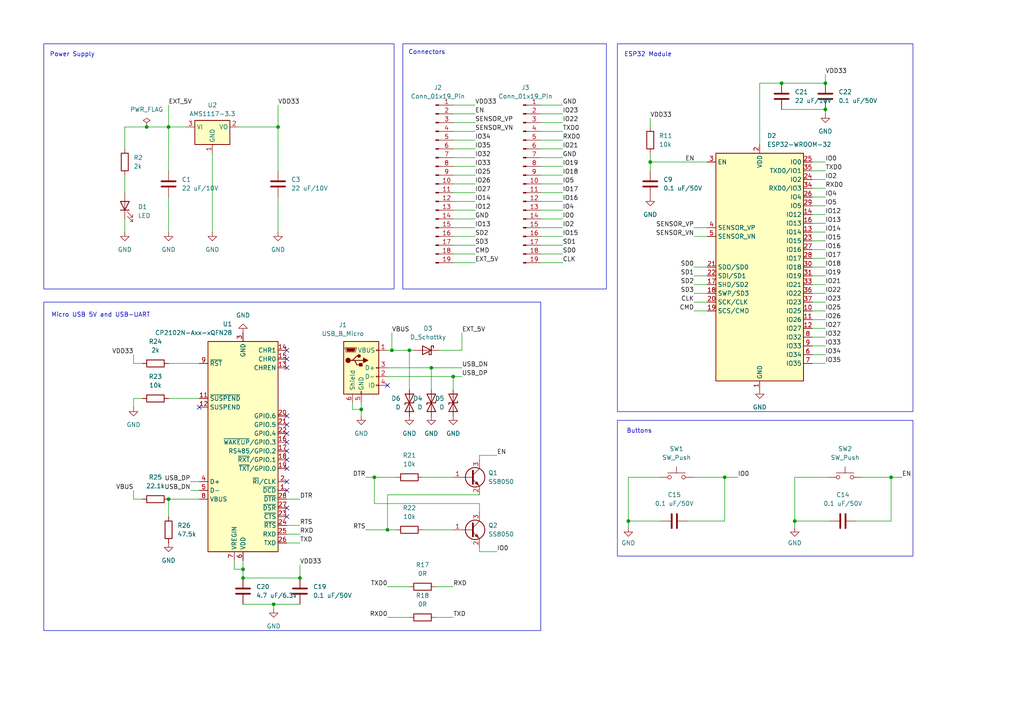
<source format=kicad_sch>
(kicad_sch (version 20250114) (generator "eeschema") (generator_version "9.0")
  (paper "A4")
  (title_block (title "Minecraft Jukebox") (date "2025-07-21") (rev "1.0") (company "C. Boerner"))
  (lib_symbols
    (symbol "Connector:Conn_01x19_Pin" (pin_names (offset 1.016) (hide yes))
      (property "Reference" "J" (at 0 25.4 0))
      (property "Value" "Conn_01x19_Pin" (at 0 -25.4 0))
      (symbol "Conn_01x19_Pin_1_1"
        (rectangle (start 0.8636 22.987) (end 0 22.733) (stroke (width 0.1524)) (fill (type outline)))
        (rectangle (start 0.8636 20.447) (end 0 20.193) (stroke (width 0.1524)) (fill (type outline)))
        (rectangle (start 0.8636 17.907) (end 0 17.653) (stroke (width 0.1524)) (fill (type outline)))
        (rectangle (start 0.8636 15.367) (end 0 15.113) (stroke (width 0.1524)) (fill (type outline)))
        (rectangle (start 0.8636 12.827) (end 0 12.573) (stroke (width 0.1524)) (fill (type outline)))
        (rectangle (start 0.8636 10.287) (end 0 10.033) (stroke (width 0.1524)) (fill (type outline)))
        (rectangle (start 0.8636 7.747) (end 0 7.493) (stroke (width 0.1524)) (fill (type outline)))
        (rectangle (start 0.8636 5.207) (end 0 4.953) (stroke (width 0.1524)) (fill (type outline)))
        (rectangle (start 0.8636 2.667) (end 0 2.413) (stroke (width 0.1524)) (fill (type outline)))
        (rectangle (start 0.8636 0.127) (end 0 -0.127) (stroke (width 0.1524)) (fill (type outline)))
        (rectangle (start 0.8636 -2.413) (end 0 -2.667) (stroke (width 0.1524)) (fill (type outline)))
        (rectangle (start 0.8636 -4.953) (end 0 -5.207) (stroke (width 0.1524)) (fill (type outline)))
        (rectangle (start 0.8636 -7.493) (end 0 -7.747) (stroke (width 0.1524)) (fill (type outline)))
        (rectangle (start 0.8636 -10.033) (end 0 -10.287) (stroke (width 0.1524)) (fill (type outline)))
        (rectangle (start 0.8636 -12.573) (end 0 -12.827) (stroke (width 0.1524)) (fill (type outline)))
        (rectangle (start 0.8636 -15.113) (end 0 -15.367) (stroke (width 0.1524)) (fill (type outline)))
        (rectangle (start 0.8636 -17.653) (end 0 -17.907) (stroke (width 0.1524)) (fill (type outline)))
        (rectangle (start 0.8636 -20.193) (end 0 -20.447) (stroke (width 0.1524)) (fill (type outline)))
        (rectangle (start 0.8636 -22.733) (end 0 -22.987) (stroke (width 0.1524)) (fill (type outline)))
        (polyline (pts (xy 1.27 22.86) (xy 0.8636 22.86)) (stroke (width 0.1524)))
        (polyline (pts (xy 1.27 20.32) (xy 0.8636 20.32)) (stroke (width 0.1524)))
        (polyline (pts (xy 1.27 17.78) (xy 0.8636 17.78)) (stroke (width 0.1524)))
        (polyline (pts (xy 1.27 15.24) (xy 0.8636 15.24)) (stroke (width 0.1524)))
        (polyline (pts (xy 1.27 12.7) (xy 0.8636 12.7)) (stroke (width 0.1524)))
        (polyline (pts (xy 1.27 10.16) (xy 0.8636 10.16)) (stroke (width 0.1524)))
        (polyline (pts (xy 1.27 7.62) (xy 0.8636 7.62)) (stroke (width 0.1524)))
        (polyline (pts (xy 1.27 5.08) (xy 0.8636 5.08)) (stroke (width 0.1524)))
        (polyline (pts (xy 1.27 2.54) (xy 0.8636 2.54)) (stroke (width 0.1524)))
        (polyline (pts (xy 1.27 0) (xy 0.8636 0)) (stroke (width 0.1524)))
        (polyline (pts (xy 1.27 -2.54) (xy 0.8636 -2.54)) (stroke (width 0.1524)))
        (polyline (pts (xy 1.27 -5.08) (xy 0.8636 -5.08)) (stroke (width 0.1524)))
        (polyline (pts (xy 1.27 -7.62) (xy 0.8636 -7.62)) (stroke (width 0.1524)))
        (polyline (pts (xy 1.27 -10.16) (xy 0.8636 -10.16)) (stroke (width 0.1524)))
        (polyline (pts (xy 1.27 -12.7) (xy 0.8636 -12.7)) (stroke (width 0.1524)))
        (polyline (pts (xy 1.27 -15.24) (xy 0.8636 -15.24)) (stroke (width 0.1524)))
        (polyline (pts (xy 1.27 -17.78) (xy 0.8636 -17.78)) (stroke (width 0.1524)))
        (polyline (pts (xy 1.27 -20.32) (xy 0.8636 -20.32)) (stroke (width 0.1524)))
        (polyline (pts (xy 1.27 -22.86) (xy 0.8636 -22.86)) (stroke (width 0.1524)))
        (pin passive line (at 5.08 22.86 180) (length 3.81) (name "Pin_1") (number "1"))
        (pin passive line (at 5.08 20.32 180) (length 3.81) (name "Pin_2") (number "2"))
        (pin passive line (at 5.08 17.78 180) (length 3.81) (name "Pin_3") (number "3"))
        (pin passive line (at 5.08 15.24 180) (length 3.81) (name "Pin_4") (number "4"))
        (pin passive line (at 5.08 12.7 180) (length 3.81) (name "Pin_5") (number "5"))
        (pin passive line (at 5.08 10.16 180) (length 3.81) (name "Pin_6") (number "6"))
        (pin passive line (at 5.08 7.62 180) (length 3.81) (name "Pin_7") (number "7"))
        (pin passive line (at 5.08 5.08 180) (length 3.81) (name "Pin_8") (number "8"))
        (pin passive line (at 5.08 2.54 180) (length 3.81) (name "Pin_9") (number "9"))
        (pin passive line (at 5.08 0 180) (length 3.81) (name "Pin_10") (number "10"))
        (pin passive line (at 5.08 -2.54 180) (length 3.81) (name "Pin_11") (number "11"))
        (pin passive line (at 5.08 -5.08 180) (length 3.81) (name "Pin_12") (number "12"))
        (pin passive line (at 5.08 -7.62 180) (length 3.81) (name "Pin_13") (number "13"))
        (pin passive line (at 5.08 -10.16 180) (length 3.81) (name "Pin_14") (number "14"))
        (pin passive line (at 5.08 -12.7 180) (length 3.81) (name "Pin_15") (number "15"))
        (pin passive line (at 5.08 -15.24 180) (length 3.81) (name "Pin_16") (number "16"))
        (pin passive line (at 5.08 -17.78 180) (length 3.81) (name "Pin_17") (number "17"))
        (pin passive line (at 5.08 -20.32 180) (length 3.81) (name "Pin_18") (number "18"))
        (pin passive line (at 5.08 -22.86 180) (length 3.81) (name "Pin_19") (number "19"))
      )
    )
    (symbol "Connector:USB_B_Micro" (pin_names (offset 1.016))
      (property "Reference" "J" (at -5.08 11.43 0))
      (property "Value" "USB_B_Micro" (at -5.08 8.89 0))
      (symbol "USB_B_Micro_0_1"
        (rectangle (start -5.08 -7.62) (end 5.08 7.62) (stroke (width 0.254)) (fill (type background)))
        (polyline (pts (xy -4.699 5.842) (xy -4.699 5.588) (xy -4.445 4.826) (xy -4.445 4.572) (xy -1.651 4.572) (xy -1.651 4.826) (xy -1.397 5.588) (xy -1.397 5.842) (xy -4.699 5.842)))
        (polyline (pts (xy -4.318 5.588) (xy -1.778 5.588) (xy -2.032 4.826) (xy -4.064 4.826) (xy -4.318 5.588)) (fill (type outline)))
        (circle (center -3.81 2.159) (radius 0.635) (stroke (width 0.254)) (fill (type outline)))
        (polyline (pts (xy -3.175 2.159) (xy -2.54 2.159) (xy -1.27 3.429) (xy -0.635 3.429)) (stroke (width 0.254)))
        (polyline (pts (xy -2.54 2.159) (xy -1.905 2.159) (xy -1.27 0.889) (xy 0 0.889)) (stroke (width 0.254)))
        (polyline (pts (xy -1.905 2.159) (xy 0.635 2.159)) (stroke (width 0.254)))
        (circle (center -0.635 3.429) (radius 0.381) (stroke (width 0.254)) (fill (type outline)))
        (rectangle (start -0.127 -7.62) (end 0.127 -6.858))
        (rectangle (start 0.254 1.27) (end -0.508 0.508) (stroke (width 0.254)) (fill (type outline)))
        (polyline (pts (xy 0.635 2.794) (xy 0.635 1.524) (xy 1.905 2.159) (xy 0.635 2.794)) (stroke (width 0.254)) (fill (type outline)))
        (rectangle (start 5.08 4.953) (end 4.318 5.207))
        (rectangle (start 5.08 -0.127) (end 4.318 0.127))
        (rectangle (start 5.08 -2.667) (end 4.318 -2.413))
        (rectangle (start 5.08 -5.207) (end 4.318 -4.953))
      )
      (symbol "USB_B_Micro_1_1"
        (pin passive line (at -2.54 -10.16 90) (length 2.54) (name "Shield") (number "6"))
        (pin power_out line (at 0 -10.16 90) (length 2.54) (name "GND") (number "5"))
        (pin power_out line (at 7.62 5.08 180) (length 2.54) (name "VBUS") (number "1"))
        (pin bidirectional line (at 7.62 0 180) (length 2.54) (name "D+") (number "3"))
        (pin bidirectional line (at 7.62 -2.54 180) (length 2.54) (name "D-") (number "2"))
        (pin passive line (at 7.62 -5.08 180) (length 2.54) (name "ID") (number "4"))
      )
    )
    (symbol "Device:C" (pin_numbers (hide yes)) (pin_names (offset 0.254))
      (property "Reference" "C" (at 0.635 2.54 0))
      (property "Value" "C" (at 0.635 -2.54 0))
      (symbol "C_0_1"
        (polyline (pts (xy -2.032 0.762) (xy 2.032 0.762)) (stroke (width 0.508)))
        (polyline (pts (xy -2.032 -0.762) (xy 2.032 -0.762)) (stroke (width 0.508)))
      )
      (symbol "C_1_1"
        (pin passive line (at 0 3.81 270) (length 2.794) (name "~") (number "1"))
        (pin passive line (at 0 -3.81 90) (length 2.794) (name "~") (number "2"))
      )
    )
    (symbol "Device:D_Schottky" (pin_numbers (hide yes)) (pin_names (offset 1.016) (hide yes))
      (property "Reference" "D" (at 0 2.54 0))
      (property "Value" "D_Schottky" (at 0 -2.54 0))
      (symbol "D_Schottky_0_1"
        (polyline (pts (xy -1.905 0.635) (xy -1.905 1.27) (xy -1.27 1.27) (xy -1.27 -1.27) (xy -0.635 -1.27) (xy -0.635 -0.635)) (stroke (width 0.254)))
        (polyline (pts (xy 1.27 1.27) (xy 1.27 -1.27) (xy -1.27 0) (xy 1.27 1.27)) (stroke (width 0.254)))
        (polyline (pts (xy 1.27 0) (xy -1.27 0)))
      )
      (symbol "D_Schottky_1_1"
        (pin passive line (at -3.81 0 0) (length 2.54) (name "K") (number "1"))
        (pin passive line (at 3.81 0 180) (length 2.54) (name "A") (number "2"))
      )
    )
    (symbol "Device:D_TVS" (pin_numbers (hide yes)) (pin_names (offset 1.016) (hide yes))
      (property "Reference" "D" (at 0 2.54 0))
      (property "Value" "D_TVS" (at 0 -2.54 0))
      (symbol "D_TVS_0_1"
        (polyline (pts (xy -2.54 1.27) (xy -2.54 -1.27) (xy 2.54 1.27) (xy 2.54 -1.27) (xy -2.54 1.27)) (stroke (width 0.254)))
        (polyline (pts (xy 0.508 1.27) (xy 0 1.27) (xy 0 -1.27) (xy -0.508 -1.27)) (stroke (width 0.254)))
        (polyline (pts (xy 1.27 0) (xy -1.27 0)))
      )
      (symbol "D_TVS_1_1"
        (pin passive line (at -3.81 0 0) (length 2.54) (name "A1") (number "1"))
        (pin passive line (at 3.81 0 180) (length 2.54) (name "A2") (number "2"))
      )
    )
    (symbol "Device:LED" (pin_numbers (hide yes)) (pin_names (offset 1.016) (hide yes))
      (property "Reference" "D" (at 0 2.54 0))
      (property "Value" "LED" (at 0 -2.54 0))
      (symbol "LED_0_1"
        (polyline (pts (xy -3.048 -0.762) (xy -4.572 -2.286) (xy -3.81 -2.286) (xy -4.572 -2.286) (xy -4.572 -1.524)))
        (polyline (pts (xy -1.778 -0.762) (xy -3.302 -2.286) (xy -2.54 -2.286) (xy -3.302 -2.286) (xy -3.302 -1.524)))
        (polyline (pts (xy -1.27 0) (xy 1.27 0)))
        (polyline (pts (xy -1.27 -1.27) (xy -1.27 1.27)) (stroke (width 0.254)))
        (polyline (pts (xy 1.27 -1.27) (xy 1.27 1.27) (xy -1.27 0) (xy 1.27 -1.27)) (stroke (width 0.254)))
      )
      (symbol "LED_1_1"
        (pin passive line (at -3.81 0 0) (length 2.54) (name "K") (number "1"))
        (pin passive line (at 3.81 0 180) (length 2.54) (name "A") (number "2"))
      )
    )
    (symbol "Device:R" (pin_numbers (hide yes)) (pin_names (offset 0))
      (property "Reference" "R" (at 2.032 0 90))
      (property "Value" "R" (at 0 0 90))
      (symbol "R_0_1"
        (rectangle (start -1.016 -2.54) (end 1.016 2.54) (stroke (width 0.254)))
      )
      (symbol "R_1_1"
        (pin passive line (at 0 3.81 270) (length 1.27) (name "~") (number "1"))
        (pin passive line (at 0 -3.81 90) (length 1.27) (name "~") (number "2"))
      )
    )
    (symbol "Interface_USB:CP2102N-Axx-xQFN28"
      (property "Reference" "U1" (at -3.1181 -35.56 0))
      (property "Value" "CP2102N-Axx-xQFN28" (at -3.1181 -33.02 0))
      (symbol "CP2102N-Axx-xQFN28_0_1"
        (rectangle (start -10.16 30.48) (end 10.16 -30.48) (stroke (width 0.254)) (fill (type background)))
      )
      (symbol "CP2102N-Axx-xQFN28_1_1"
        (pin input line (at -12.7 15.24 0) (length 2.54) (name "VBUS") (number "8"))
        (pin bidirectional line (at -12.7 12.7 0) (length 2.54) (name "D-") (number "5"))
        (pin bidirectional line (at -12.7 10.16 0) (length 2.54) (name "D+") (number "4"))
        (pin output line (at -12.7 -11.43 0) (length 2.54) (name "SUSPEND") (number "12"))
        (pin output line (at -12.7 -13.97 0) (length 2.54) (name "~{SUSPEND}") (number "11"))
        (pin input line (at -12.7 -24.13 0) (length 2.54) (name "~{RST}") (number "9"))
        (pin no_connect line (at -10.16 -27.94 0) (length 2.54) (hide yes) (name "NC") (number "10"))
        (pin power_in line (at -2.54 33.02 270) (length 2.54) (name "VREGIN") (number "7"))
        (pin power_in line (at 0 33.02 270) (length 2.54) (name "VDD") (number "6"))
        (pin passive line (at 0 -33.02 90) (length 2.54) (hide yes) (name "GND") (number "29"))
        (pin power_in line (at 0 -33.02 90) (length 2.54) (name "GND") (number "3"))
        (pin output line (at 12.7 27.94 180) (length 2.54) (name "TXD") (number "26"))
        (pin input line (at 12.7 25.4 180) (length 2.54) (name "RXD") (number "25"))
        (pin output line (at 12.7 22.86 180) (length 2.54) (name "~{RTS}") (number "24"))
        (pin input line (at 12.7 20.32 180) (length 2.54) (name "~{CTS}") (number "23"))
        (pin input line (at 12.7 17.78 180) (length 2.54) (name "~{DSR}") (number "27"))
        (pin output line (at 12.7 15.24 180) (length 2.54) (name "~{DTR}") (number "28"))
        (pin input line (at 12.7 12.7 180) (length 2.54) (name "~{DCD}") (number "1"))
        (pin bidirectional line (at 12.7 10.16 180) (length 2.54) (name "~{RI}/CLK") (number "2"))
        (pin bidirectional line (at 12.7 6.35 180) (length 2.54) (name "~{TXT}/GPIO.0") (number "19"))
        (pin bidirectional line (at 12.7 3.81 180) (length 2.54) (name "~{RXT}/GPIO.1") (number "18"))
        (pin bidirectional line (at 12.7 1.27 180) (length 2.54) (name "RS485/GPIO.2") (number "17"))
        (pin bidirectional line (at 12.7 -1.27 180) (length 2.54) (name "~{WAKEUP}/GPIO.3") (number "16"))
        (pin bidirectional line (at 12.7 -3.81 180) (length 2.54) (name "GPIO.4") (number "22"))
        (pin bidirectional line (at 12.7 -6.35 180) (length 2.54) (name "GPIO.5") (number "21"))
        (pin bidirectional line (at 12.7 -8.89 180) (length 2.54) (name "GPIO.6") (number "20"))
        (pin output line (at 12.7 -22.86 180) (length 2.54) (name "CHREN") (number "13"))
        (pin output line (at 12.7 -25.4 180) (length 2.54) (name "CHR0") (number "15"))
        (pin output line (at 12.7 -27.94 180) (length 2.54) (name "CHR1") (number "14"))
      )
    )
    (symbol "RF_Module:ESP32-WROOM-32"
      (property "Reference" "D2" (at 2.1433 38.1 0))
      (property "Value" "ESP32-WROOM-32" (at 2.1433 35.56 0))
      (symbol "ESP32-WROOM-32_0_1"
        (rectangle (start -12.7 33.02) (end 12.7 -33.02) (stroke (width 0.254)) (fill (type background)))
      )
      (symbol "ESP32-WROOM-32_1_1"
        (pin input line (at -15.24 30.48 0) (length 2.54) (name "EN") (number "3"))
        (pin input line (at -15.24 11.43 0) (length 2.54) (name "SENSOR_VP") (number "4"))
        (pin input line (at -15.24 8.89 0) (length 2.54) (name "SENSOR_VN") (number "5"))
        (pin bidirectional line (at -15.24 0 0) (length 2.54) (name "SDO/SD0") (number "21"))
        (pin bidirectional line (at -15.24 -2.54 0) (length 2.54) (name "SDI/SD1") (number "22"))
        (pin bidirectional line (at -15.24 -5.08 0) (length 2.54) (name "SHD/SD2") (number "17"))
        (pin bidirectional line (at -15.24 -7.62 0) (length 2.54) (name "SWP/SD3") (number "18"))
        (pin bidirectional line (at -15.24 -10.16 0) (length 2.54) (name "SCK/CLK") (number "20"))
        (pin bidirectional line (at -15.24 -12.7 0) (length 2.54) (name "SCS/CMD") (number "19"))
        (pin no_connect line (at -12.7 -27.94 0) (length 2.54) (hide yes) (name "NC") (number "32"))
        (pin power_in line (at 0 35.56 270) (length 2.54) (name "VDD") (number "2"))
        (pin power_in line (at 0 -35.56 90) (length 2.54) (name "GND") (number "1"))
        (pin passive line (at 0 -35.56 90) (length 2.54) (hide yes) (name "GND") (number "15"))
        (pin passive line (at 0 -35.56 90) (length 2.54) (hide yes) (name "GND") (number "38"))
        (pin passive line (at 0 -35.56 90) (length 2.54) (hide yes) (name "GND") (number "39"))
        (pin bidirectional line (at 15.24 30.48 180) (length 2.54) (name "IO0") (number "25"))
        (pin bidirectional line (at 15.24 27.94 180) (length 2.54) (name "TXD0/IO1") (number "35"))
        (pin bidirectional line (at 15.24 25.4 180) (length 2.54) (name "IO2") (number "24"))
        (pin bidirectional line (at 15.24 22.86 180) (length 2.54) (name "RXD0/IO3") (number "34"))
        (pin bidirectional line (at 15.24 20.32 180) (length 2.54) (name "IO4") (number "26"))
        (pin bidirectional line (at 15.24 17.78 180) (length 2.54) (name "IO5") (number "29"))
        (pin bidirectional line (at 15.24 15.24 180) (length 2.54) (name "IO12") (number "14"))
        (pin bidirectional line (at 15.24 12.7 180) (length 2.54) (name "IO13") (number "16"))
        (pin bidirectional line (at 15.24 10.16 180) (length 2.54) (name "IO14") (number "13"))
        (pin bidirectional line (at 15.24 7.62 180) (length 2.54) (name "IO15") (number "23"))
        (pin bidirectional line (at 15.24 5.08 180) (length 2.54) (name "IO16") (number "27"))
        (pin bidirectional line (at 15.24 2.54 180) (length 2.54) (name "IO17") (number "28"))
        (pin bidirectional line (at 15.24 0 180) (length 2.54) (name "IO18") (number "30"))
        (pin bidirectional line (at 15.24 -2.54 180) (length 2.54) (name "IO19") (number "31"))
        (pin bidirectional line (at 15.24 -5.08 180) (length 2.54) (name "IO21") (number "33"))
        (pin bidirectional line (at 15.24 -7.62 180) (length 2.54) (name "IO22") (number "36"))
        (pin bidirectional line (at 15.24 -10.16 180) (length 2.54) (name "IO23") (number "37"))
        (pin bidirectional line (at 15.24 -12.7 180) (length 2.54) (name "IO25") (number "10"))
        (pin bidirectional line (at 15.24 -15.24 180) (length 2.54) (name "IO26") (number "11"))
        (pin bidirectional line (at 15.24 -17.78 180) (length 2.54) (name "IO27") (number "12"))
        (pin bidirectional line (at 15.24 -20.32 180) (length 2.54) (name "IO32") (number "8"))
        (pin bidirectional line (at 15.24 -22.86 180) (length 2.54) (name "IO33") (number "9"))
        (pin input line (at 15.24 -25.4 180) (length 2.54) (name "IO34") (number "6"))
        (pin input line (at 15.24 -27.94 180) (length 2.54) (name "IO35") (number "7"))
      )
    )
    (symbol "Regulator_Linear:AMS1117-3.3"
      (property "Reference" "U" (at -3.81 3.175 0))
      (property "Value" "AMS1117-3.3" (at 0 3.175 0))
      (symbol "AMS1117-3.3_0_1"
        (rectangle (start -5.08 -5.08) (end 5.08 1.905) (stroke (width 0.254)) (fill (type background)))
      )
      (symbol "AMS1117-3.3_1_1"
        (pin power_in line (at -7.62 0 0) (length 2.54) (name "VI") (number "3"))
        (pin power_in line (at 0 -7.62 90) (length 2.54) (name "GND") (number "1"))
        (pin power_out line (at 7.62 0 180) (length 2.54) (name "VO") (number "2"))
      )
    )
    (symbol "Switch:SW_Push" (pin_numbers (hide yes)) (pin_names (offset 1.016) (hide yes))
      (property "Reference" "SW" (at 1.27 2.54 0))
      (property "Value" "SW_Push" (at 0 -1.524 0))
      (symbol "SW_Push_0_1"
        (circle (center -2.032 0) (radius 0.508))
        (polyline (pts (xy 0 1.27) (xy 0 3.048)))
        (circle (center 2.032 0) (radius 0.508))
        (polyline (pts (xy 2.54 1.27) (xy -2.54 1.27)))
        (pin passive line (at -5.08 0 0) (length 2.54) (name "1") (number "1"))
        (pin passive line (at 5.08 0 180) (length 2.54) (name "2") (number "2"))
      )
    )
    (symbol "Transistor_BJT:SS8050" (pin_names (offset 0) (hide yes))
      (property "Reference" "Q" (at 5.08 1.905 0))
      (property "Value" "SS8050" (at 5.08 0 0))
      (symbol "SS8050_0_1"
        (polyline (pts (xy -2.54 0) (xy 0.635 0)))
        (polyline (pts (xy 0.635 1.905) (xy 0.635 -1.905)) (stroke (width 0.508)))
        (circle (center 1.27 0) (radius 2.8194) (stroke (width 0.254)))
      )
      (symbol "SS8050_1_1"
        (polyline (pts (xy 0.635 0.635) (xy 2.54 2.54)))
        (polyline (pts (xy 0.635 -0.635) (xy 2.54 -2.54)))
        (polyline (pts (xy 1.27 -1.778) (xy 1.778 -1.27) (xy 2.286 -2.286) (xy 1.27 -1.778)) (fill (type outline)))
        (pin input line (at -5.08 0 0) (length 2.54) (name "B") (number "1"))
        (pin passive line (at 2.54 5.08 270) (length 2.54) (name "C") (number "3"))
        (pin passive line (at 2.54 -5.08 90) (length 2.54) (name "E") (number "2"))
      )
    )
    (symbol "power:GND" (power) (pin_numbers (hide yes)) (pin_names (offset 0) (hide yes))
      (property "Value" "GND" (at 0 -3.81 0))
      (symbol "GND_0_1"
        (polyline (pts (xy 0 0) (xy 0 -1.27) (xy 1.27 -1.27) (xy 0 -2.54) (xy -1.27 -1.27) (xy 0 -1.27)))
      )
      (symbol "GND_1_1"
        (pin power_in line (at 0 0 270) (length 0) (name "~") (number "1"))
      )
    )
    (symbol "power:PWR_FLAG" (power) (pin_numbers (hide yes)) (pin_names (offset 0) (hide yes))
      (property "Value" "PWR_FLAG" (at 0 3.81 0))
      (symbol "PWR_FLAG_0_0"
        (pin power_out line (at 0 0 90) (length 0) (name "~") (number "1"))
      )
      (symbol "PWR_FLAG_0_1"
        (polyline (pts (xy 0 0) (xy 0 1.27) (xy -1.016 1.905) (xy 0 2.54) (xy 1.016 1.905) (xy 0 1.27)))
      )
    )
  )
  (rectangle (start 179.07 12.7) (end 264.795 119.38))
  (rectangle (start 116.84 12.7) (end 175.895 83.82))
  (rectangle (start 12.7 12.7) (end 114.3 83.82))
  (rectangle (start 12.7 87.63) (end 156.845 182.88))
  (rectangle (start 179.07 121.92) (end 264.795 161.29))
  (text "Power Supply" (at 20.955 15.875 0) (effects (font (size 1.27 1.27))))
  (text "Buttons" (at 185.42 125.095 0) (effects (font (size 1.27 1.27))))
  (text "ESP32 Module" (at 187.96 15.875 0) (effects (font (size 1.27 1.27))))
  (text "Connectors" (at 123.825 15.24 0) (effects (font (size 1.27 1.27))))
  (text "Micro USB 5V and USB-UART" (at 29.21 91.44 0) (effects (font (size 1.27 1.27))))
  (junction (at 182.245 151.13))
  (junction (at 131.445 109.22))
  (junction (at 113.665 101.6))
  (junction (at 80.645 36.83))
  (junction (at 188.595 46.99))
  (junction (at 70.485 165.1))
  (junction (at 104.775 118.745))
  (junction (at 239.395 31.75))
  (junction (at 48.895 144.78))
  (junction (at 42.545 36.83))
  (junction (at 86.995 167.64))
  (junction (at 118.745 101.6))
  (junction (at 79.375 175.26))
  (junction (at 125.095 106.68))
  (junction (at 226.695 24.13))
  (junction (at 48.895 36.83))
  (junction (at 258.445 138.43))
  (junction (at 112.395 153.67))
  (junction (at 70.485 167.64))
  (junction (at 108.585 138.43))
  (junction (at 210.185 138.43))
  (junction (at 230.505 151.13))
  (junction (at 239.395 24.13))
  (no_connect (at 112.395 111.76))
  (no_connect (at 83.185 130.81))
  (no_connect (at 83.185 104.14))
  (no_connect (at 83.185 142.24))
  (no_connect (at 83.185 123.19))
  (no_connect (at 57.785 118.11))
  (no_connect (at 83.185 106.68))
  (no_connect (at 83.185 128.27))
  (no_connect (at 83.185 133.35))
  (no_connect (at 83.185 147.32))
  (no_connect (at 83.185 120.65))
  (no_connect (at 83.185 135.89))
  (no_connect (at 83.185 101.6))
  (no_connect (at 83.185 149.86))
  (no_connect (at 83.185 125.73))
  (no_connect (at 83.185 139.7))
  (wire (pts (xy 235.585 57.15) (xy 239.395 57.15)))
  (wire (pts (xy 235.585 95.25) (xy 239.395 95.25)))
  (wire (pts (xy 156.845 45.72) (xy 163.195 45.72)))
  (wire (pts (xy 201.295 66.04) (xy 205.105 66.04)))
  (wire (pts (xy 226.695 24.13) (xy 239.395 24.13)))
  (wire (pts (xy 248.285 151.13) (xy 258.445 151.13)))
  (wire (pts (xy 201.295 85.09) (xy 205.105 85.09)))
  (wire (pts (xy 36.195 43.18) (xy 36.195 36.83)))
  (wire (pts (xy 139.065 132.08) (xy 144.145 132.08)))
  (wire (pts (xy 131.445 58.42) (xy 137.795 58.42)))
  (wire (pts (xy 80.645 30.48) (xy 80.645 36.83)))
  (wire (pts (xy 188.595 44.45) (xy 188.595 46.99)))
  (wire (pts (xy 131.445 45.72) (xy 137.795 45.72)))
  (wire (pts (xy 239.395 31.75) (xy 239.395 33.02)))
  (wire (pts (xy 235.585 74.93) (xy 239.395 74.93)))
  (wire (pts (xy 240.665 151.13) (xy 230.505 151.13)))
  (wire (pts (xy 131.445 60.96) (xy 137.795 60.96)))
  (wire (pts (xy 182.245 138.43) (xy 182.245 151.13)))
  (wire (pts (xy 131.445 55.88) (xy 137.795 55.88)))
  (wire (pts (xy 235.585 97.79) (xy 239.395 97.79)))
  (wire (pts (xy 122.555 153.67) (xy 131.445 153.67)))
  (wire (pts (xy 182.245 151.13) (xy 182.245 153.035)))
  (wire (pts (xy 41.275 105.41) (xy 38.735 105.41)))
  (wire (pts (xy 201.295 68.58) (xy 205.105 68.58)))
  (wire (pts (xy 86.995 163.83) (xy 86.995 167.64)))
  (wire (pts (xy 112.395 109.22) (xy 131.445 109.22)))
  (wire (pts (xy 69.215 36.83) (xy 80.645 36.83)))
  (wire (pts (xy 48.895 36.83) (xy 53.975 36.83)))
  (wire (pts (xy 235.585 90.17) (xy 239.395 90.17)))
  (wire (pts (xy 48.895 57.15) (xy 48.895 67.31)))
  (wire (pts (xy 156.845 63.5) (xy 163.195 63.5)))
  (wire (pts (xy 235.585 87.63) (xy 239.395 87.63)))
  (wire (pts (xy 139.065 160.02) (xy 144.145 160.02)))
  (wire (pts (xy 131.445 50.8) (xy 137.795 50.8)))
  (wire (pts (xy 106.045 153.67) (xy 112.395 153.67)))
  (wire (pts (xy 126.365 170.18) (xy 131.445 170.18)))
  (wire (pts (xy 131.445 35.56) (xy 137.795 35.56)))
  (wire (pts (xy 235.585 67.31) (xy 239.395 67.31)))
  (wire (pts (xy 48.895 30.48) (xy 48.895 36.83)))
  (wire (pts (xy 156.845 38.1) (xy 163.195 38.1)))
  (wire (pts (xy 83.185 152.4) (xy 86.995 152.4)))
  (wire (pts (xy 127.635 101.6) (xy 133.985 101.6)))
  (wire (pts (xy 156.845 68.58) (xy 163.195 68.58)))
  (wire (pts (xy 67.945 162.56) (xy 67.945 165.1)))
  (wire (pts (xy 118.745 101.6) (xy 120.015 101.6)))
  (wire (pts (xy 125.095 106.68) (xy 125.095 113.03)))
  (wire (pts (xy 156.845 40.64) (xy 163.195 40.64)))
  (wire (pts (xy 199.39 151.13) (xy 210.185 151.13)))
  (wire (pts (xy 108.585 146.05) (xy 108.585 138.43)))
  (wire (pts (xy 235.585 64.77) (xy 239.395 64.77)))
  (wire (pts (xy 239.395 21.59) (xy 239.395 24.13)))
  (wire (pts (xy 113.665 101.6) (xy 118.745 101.6)))
  (wire (pts (xy 112.395 179.07) (xy 118.745 179.07)))
  (wire (pts (xy 201.295 87.63) (xy 205.105 87.63)))
  (wire (pts (xy 226.695 31.75) (xy 239.395 31.75)))
  (wire (pts (xy 131.445 33.02) (xy 137.795 33.02)))
  (wire (pts (xy 38.735 142.24) (xy 38.735 144.78)))
  (wire (pts (xy 79.375 175.26) (xy 79.375 176.53)))
  (wire (pts (xy 102.235 116.84) (xy 102.235 118.745)))
  (wire (pts (xy 112.395 153.67) (xy 114.935 153.67)))
  (wire (pts (xy 250.19 138.43) (xy 258.445 138.43)))
  (wire (pts (xy 139.065 143.51) (xy 112.395 143.51)))
  (wire (pts (xy 131.445 30.48) (xy 137.795 30.48)))
  (wire (pts (xy 125.095 106.68) (xy 133.985 106.68)))
  (wire (pts (xy 230.505 138.43) (xy 240.03 138.43)))
  (wire (pts (xy 156.845 53.34) (xy 163.195 53.34)))
  (wire (pts (xy 235.585 92.71) (xy 239.395 92.71)))
  (wire (pts (xy 131.445 48.26) (xy 137.795 48.26)))
  (wire (pts (xy 156.845 55.88) (xy 163.195 55.88)))
  (wire (pts (xy 235.585 59.69) (xy 239.395 59.69)))
  (wire (pts (xy 201.295 138.43) (xy 210.185 138.43)))
  (wire (pts (xy 139.065 158.75) (xy 139.065 160.02)))
  (wire (pts (xy 55.245 139.7) (xy 57.785 139.7)))
  (wire (pts (xy 113.665 96.52) (xy 113.665 101.6)))
  (wire (pts (xy 131.445 66.04) (xy 137.795 66.04)))
  (wire (pts (xy 131.445 38.1) (xy 137.795 38.1)))
  (wire (pts (xy 235.585 46.99) (xy 239.395 46.99)))
  (wire (pts (xy 48.895 144.78) (xy 48.895 149.86)))
  (wire (pts (xy 201.295 80.01) (xy 205.105 80.01)))
  (wire (pts (xy 80.645 57.15) (xy 80.645 67.31)))
  (wire (pts (xy 235.585 105.41) (xy 239.395 105.41)))
  (wire (pts (xy 48.895 105.41) (xy 57.785 105.41)))
  (wire (pts (xy 235.585 54.61) (xy 239.395 54.61)))
  (wire (pts (xy 48.895 115.57) (xy 57.785 115.57)))
  (wire (pts (xy 258.445 138.43) (xy 258.445 151.13)))
  (wire (pts (xy 36.195 63.5) (xy 36.195 67.31)))
  (wire (pts (xy 182.245 138.43) (xy 191.135 138.43)))
  (wire (pts (xy 156.845 71.12) (xy 163.195 71.12)))
  (wire (pts (xy 139.065 133.35) (xy 139.065 132.08)))
  (wire (pts (xy 36.195 36.83) (xy 42.545 36.83)))
  (wire (pts (xy 139.065 146.05) (xy 139.065 148.59)))
  (wire (pts (xy 139.065 146.05) (xy 108.585 146.05)))
  (wire (pts (xy 156.845 35.56) (xy 163.195 35.56)))
  (wire (pts (xy 112.395 101.6) (xy 113.665 101.6)))
  (wire (pts (xy 156.845 33.02) (xy 163.195 33.02)))
  (wire (pts (xy 70.485 162.56) (xy 70.485 165.1)))
  (wire (pts (xy 210.185 138.43) (xy 213.995 138.43)))
  (wire (pts (xy 112.395 106.68) (xy 125.095 106.68)))
  (wire (pts (xy 235.585 102.87) (xy 239.395 102.87)))
  (wire (pts (xy 70.485 175.26) (xy 79.375 175.26)))
  (wire (pts (xy 133.985 96.52) (xy 133.985 101.6)))
  (wire (pts (xy 131.445 73.66) (xy 137.795 73.66)))
  (wire (pts (xy 235.585 49.53) (xy 239.395 49.53)))
  (wire (pts (xy 188.595 34.29) (xy 188.595 36.83)))
  (wire (pts (xy 235.585 80.01) (xy 239.395 80.01)))
  (wire (pts (xy 131.445 76.2) (xy 137.795 76.2)))
  (wire (pts (xy 235.585 82.55) (xy 239.395 82.55)))
  (wire (pts (xy 42.545 36.83) (xy 48.895 36.83)))
  (wire (pts (xy 36.195 50.8) (xy 36.195 55.88)))
  (wire (pts (xy 220.345 41.91) (xy 220.345 24.13)))
  (wire (pts (xy 131.445 43.18) (xy 137.795 43.18)))
  (wire (pts (xy 112.395 143.51) (xy 112.395 153.67)))
  (wire (pts (xy 131.445 53.34) (xy 137.795 53.34)))
  (wire (pts (xy 104.775 118.745) (xy 104.775 120.65)))
  (wire (pts (xy 118.745 101.6) (xy 118.745 113.03)))
  (wire (pts (xy 38.735 102.87) (xy 38.735 105.41)))
  (wire (pts (xy 156.845 66.04) (xy 163.195 66.04)))
  (wire (pts (xy 156.845 48.26) (xy 163.195 48.26)))
  (wire (pts (xy 61.595 44.45) (xy 61.595 67.31)))
  (wire (pts (xy 131.445 68.58) (xy 137.795 68.58)))
  (wire (pts (xy 201.295 90.17) (xy 205.105 90.17)))
  (wire (pts (xy 48.895 144.78) (xy 57.785 144.78)))
  (wire (pts (xy 83.185 157.48) (xy 86.995 157.48)))
  (wire (pts (xy 41.275 115.57) (xy 38.735 115.57)))
  (wire (pts (xy 48.895 36.83) (xy 48.895 49.53)))
  (wire (pts (xy 201.295 77.47) (xy 205.105 77.47)))
  (wire (pts (xy 67.945 165.1) (xy 70.485 165.1)))
  (wire (pts (xy 55.245 142.24) (xy 57.785 142.24)))
  (wire (pts (xy 201.295 82.55) (xy 205.105 82.55)))
  (wire (pts (xy 106.045 138.43) (xy 108.585 138.43)))
  (wire (pts (xy 191.77 151.13) (xy 182.245 151.13)))
  (wire (pts (xy 188.595 46.99) (xy 188.595 49.53)))
  (wire (pts (xy 122.555 138.43) (xy 131.445 138.43)))
  (wire (pts (xy 131.445 109.22) (xy 131.445 113.03)))
  (wire (pts (xy 210.185 138.43) (xy 210.185 151.13)))
  (wire (pts (xy 235.585 85.09) (xy 239.395 85.09)))
  (wire (pts (xy 156.845 73.66) (xy 163.195 73.66)))
  (wire (pts (xy 70.485 167.64) (xy 86.995 167.64)))
  (wire (pts (xy 156.845 43.18) (xy 163.195 43.18)))
  (wire (pts (xy 258.445 138.43) (xy 261.62 138.43)))
  (wire (pts (xy 70.485 165.1) (xy 70.485 167.64)))
  (wire (pts (xy 230.505 138.43) (xy 230.505 151.13)))
  (wire (pts (xy 104.775 116.84) (xy 104.775 118.745)))
  (wire (pts (xy 235.585 52.07) (xy 239.395 52.07)))
  (wire (pts (xy 131.445 109.22) (xy 133.985 109.22)))
  (wire (pts (xy 102.235 118.745) (xy 104.775 118.745)))
  (wire (pts (xy 80.645 36.83) (xy 80.645 49.53)))
  (wire (pts (xy 220.345 24.13) (xy 226.695 24.13)))
  (wire (pts (xy 126.365 179.07) (xy 131.445 179.07)))
  (wire (pts (xy 188.595 46.99) (xy 205.105 46.99)))
  (wire (pts (xy 79.375 175.26) (xy 86.995 175.26)))
  (wire (pts (xy 235.585 62.23) (xy 239.395 62.23)))
  (wire (pts (xy 156.845 50.8) (xy 163.195 50.8)))
  (wire (pts (xy 112.395 170.18) (xy 118.745 170.18)))
  (wire (pts (xy 156.845 58.42) (xy 163.195 58.42)))
  (wire (pts (xy 156.845 60.96) (xy 163.195 60.96)))
  (wire (pts (xy 235.585 100.33) (xy 239.395 100.33)))
  (wire (pts (xy 108.585 138.43) (xy 114.935 138.43)))
  (wire (pts (xy 235.585 69.85) (xy 239.395 69.85)))
  (wire (pts (xy 230.505 151.13) (xy 230.505 153.035)))
  (wire (pts (xy 41.275 144.78) (xy 38.735 144.78)))
  (wire (pts (xy 83.185 144.78) (xy 86.995 144.78)))
  (wire (pts (xy 131.445 63.5) (xy 137.795 63.5)))
  (wire (pts (xy 235.585 72.39) (xy 239.395 72.39)))
  (wire (pts (xy 235.585 77.47) (xy 239.395 77.47)))
  (wire (pts (xy 131.445 40.64) (xy 137.795 40.64)))
  (wire (pts (xy 38.735 115.57) (xy 38.735 118.11)))
  (wire (pts (xy 83.185 154.94) (xy 86.995 154.94)))
  (wire (pts (xy 156.845 30.48) (xy 163.195 30.48)))
  (wire (pts (xy 156.845 76.2) (xy 163.195 76.2)))
  (wire (pts (xy 131.445 71.12) (xy 137.795 71.12)))
  (label "VDD33" (at 188.595 34.29 0))
  (label "IO18" (at 239.395 77.47 0))
  (label "IO35" (at 137.795 43.18 0))
  (label "SENSOR_VN" (at 137.795 38.1 0))
  (label "IO19" (at 239.395 80.01 0))
  (label "SD0" (at 201.295 77.47 180))
  (label "IO22" (at 163.195 35.56 0))
  (label "CMD" (at 137.795 73.66 0))
  (label "USB_DP" (at 55.245 139.7 180))
  (label "EXT_5V" (at 137.795 76.2 0))
  (label "SD1" (at 201.295 80.01 180))
  (label "IO13" (at 137.795 66.04 0))
  (label "EXT_5V" (at 133.985 96.52 0))
  (label "VDD33" (at 239.395 21.59 0))
  (label "IO14" (at 239.395 67.31 0))
  (label "IO25" (at 137.795 50.8 0))
  (label "EN" (at 137.795 33.02 0))
  (label "SD1" (at 163.195 71.12 0))
  (label "EN" (at 144.145 132.08 0))
  (label "IO16" (at 239.395 72.39 0))
  (label "EN" (at 198.755 46.99 0))
  (label "IO5" (at 239.395 59.69 0))
  (label "IO33" (at 137.795 48.26 0))
  (label "IO0" (at 239.395 46.99 0))
  (label "VBUS" (at 113.665 96.52 0))
  (label "VDD33" (at 80.645 30.48 0))
  (label "RTS" (at 86.995 152.4 0))
  (label "VDD33" (at 137.795 30.48 0))
  (label "IO33" (at 239.395 100.33 0))
  (label "IO21" (at 239.395 82.55 0))
  (label "RXD0" (at 163.195 40.64 0))
  (label "SD0" (at 163.195 73.66 0))
  (label "RXD" (at 86.995 154.94 0))
  (label "TXD" (at 86.995 157.48 0))
  (label "DTR" (at 86.995 144.78 0))
  (label "CLK" (at 163.195 76.2 0))
  (label "IO15" (at 239.395 69.85 0))
  (label "IO27" (at 137.795 55.88 0))
  (label "VDD33" (at 86.995 163.83 0))
  (label "SENSOR_VN" (at 201.295 68.58 180))
  (label "CLK" (at 201.295 87.63 180))
  (label "SD3" (at 137.795 71.12 0))
  (label "RXD0" (at 239.395 54.61 0))
  (label "IO32" (at 239.395 97.79 0))
  (label "IO16" (at 163.195 58.42 0))
  (label "TXD" (at 131.445 179.07 0))
  (label "IO35" (at 239.395 105.41 0))
  (label "DTR" (at 106.045 138.43 180))
  (label "IO15" (at 163.195 68.58 0))
  (label "SENSOR_VP" (at 201.295 66.04 180))
  (label "IO12" (at 239.395 62.23 0))
  (label "EXT_5V" (at 48.895 30.48 0))
  (label "VBUS" (at 38.735 142.24 180))
  (label "IO19" (at 163.195 48.26 0))
  (label "VDD33" (at 38.735 102.87 180))
  (label "IO5" (at 163.195 53.34 0))
  (label "IO4" (at 239.395 57.15 0))
  (label "IO21" (at 163.195 43.18 0))
  (label "TXD0" (at 163.195 38.1 0))
  (label "IO4" (at 163.195 60.96 0))
  (label "RTS" (at 106.045 153.67 180))
  (label "EN" (at 261.62 138.43 0))
  (label "USB_DN" (at 133.985 106.68 0))
  (label "USB_DN" (at 55.245 142.24 180))
  (label "CMD" (at 201.295 90.17 180))
  (label "IO0" (at 144.145 160.02 0))
  (label "IO23" (at 239.395 87.63 0))
  (label "IO0" (at 163.195 63.5 0))
  (label "IO14" (at 137.795 58.42 0))
  (label "GND" (at 137.795 63.5 0))
  (label "SENSOR_VP" (at 137.795 35.56 0))
  (label "IO34" (at 239.395 102.87 0))
  (label "IO26" (at 137.795 53.34 0))
  (label "IO26" (at 239.395 92.71 0))
  (label "IO2" (at 163.195 66.04 0))
  (label "IO17" (at 163.195 55.88 0))
  (label "RXD" (at 131.445 170.18 0))
  (label "IO2" (at 239.395 52.07 0))
  (label "IO0" (at 213.995 138.43 0))
  (label "IO17" (at 239.395 74.93 0))
  (label "SD3" (at 201.295 85.09 180))
  (label "TXD0" (at 239.395 49.53 0))
  (label "TXD0" (at 112.395 170.18 180))
  (label "SD2" (at 201.295 82.55 180))
  (label "IO34" (at 137.795 40.64 0))
  (label "IO27" (at 239.395 95.25 0))
  (label "IO22" (at 239.395 85.09 0))
  (label "RXD0" (at 112.395 179.07 180))
  (label "IO13" (at 239.395 64.77 0))
  (label "GND" (at 163.195 30.48 0))
  (label "IO23" (at 163.195 33.02 0))
  (label "USB_DP" (at 133.985 109.22 0))
  (label "IO12" (at 137.795 60.96 0))
  (label "GND" (at 163.195 45.72 0))
  (label "IO18" (at 163.195 50.8 0))
  (label "IO32" (at 137.795 45.72 0))
  (label "IO25" (at 239.395 90.17 0))
  (label "SD2" (at 137.795 68.58 0))
  (symbol (lib_id "RF_Module:ESP32-WROOM-32") (at 220.345 77.47 0) (unit 1)
    (property "Reference" "D2" (at 222.4883 39.37 0) (effects (justify left)))
    (property "Value" "ESP32-WROOM-32" (at 222.4883 41.91 0) (effects (justify left)))
    (property "Footprint" "RF_Module:ESP32-WROOM-32" (effects (hide yes)))
    (property "Datasheet" "https://www.espressif.com/sites/default/files/documentation/esp32-wroom-32_datasheet_en.pdf" (effects (hide yes)))
    (property "Description" "RF Module, ESP32-D0WDQ6 SoC, Wi-Fi 802.11b/g/n, Bluetooth, BLE, 32-bit, 2.7-3.6V, onboard antenna, SMD" (effects (hide yes)))
  )
  (symbol (lib_id "Device:C") (at 244.475 151.13 90) (unit 1)
    (property "Reference" "C14" (at 244.475 143.51 90))
    (property "Value" "0.1 uF/50V" (at 244.475 146.05 90))
    (property "Footprint" "Capacitor_SMD:C_0402_1005Metric" (effects (hide yes)))
    (property "Description" "Unpolarized capacitor" (effects (hide yes)))
  )
  (symbol (lib_id "Device:R") (at 118.745 153.67 90) (unit 1)
    (property "Reference" "R22" (at 118.745 147.32 90))
    (property "Value" "10k" (at 118.745 149.86 90))
    (property "Footprint" "Resistor_SMD:R_0402_1005Metric" (effects (hide yes)))
    (property "Description" "Resistor" (effects (hide yes)))
  )
  (symbol (lib_id "Switch:SW_Push") (at 196.215 138.43 0) (unit 1)
    (property "Reference" "SW1" (at 196.215 130.175 0))
    (property "Value" "SW_Push" (at 196.215 132.715 0))
    (property "Footprint" "Button_Switch_SMD:SW_SPST_B3U-1100P" (effects (hide yes)))
    (property "Description" "Push button switch, generic, two pins" (effects (hide yes)))
  )
  (symbol (lib_id "Transistor_BJT:SS8050") (at 136.525 153.67 0) (unit 1)
    (property "Reference" "Q2" (at 141.605 152.3999 0) (effects (justify left)))
    (property "Value" "SS8050" (at 141.605 154.9399 0) (effects (justify left)))
    (property "Footprint" "Package_TO_SOT_SMD:SOT-23" (effects (hide yes)))
    (property "Datasheet" "http://www.secosgmbh.com/datasheet/products/SSMPTransistor/SOT-23/SS8050.pdf" (effects (hide yes)))
    (property "Description" "General Purpose NPN Transistor, 1.5A Ic, 25V Vce, SOT-23" (effects (hide yes)))
  )
  (symbol (lib_id "power:GND") (at 125.095 120.65 0) (unit 1)
    (property "Reference" "#PWR011" (effects (hide yes)))
    (property "Value" "GND" (at 125.095 125.73 0))
    (property "Description" "Power symbol creates a global label with name \"GND\" , ground" (effects (hide yes)))
  )
  (symbol (lib_id "power:GND") (at 38.735 118.11 0) (unit 1)
    (property "Reference" "#PWR06" (effects (hide yes)))
    (property "Value" "GND" (at 38.735 123.19 0))
    (property "Description" "Power symbol creates a global label with name \"GND\" , ground" (effects (hide yes)))
  )
  (symbol (lib_id "power:GND") (at 48.895 67.31 0) (unit 1)
    (property "Reference" "#PWR02" (effects (hide yes)))
    (property "Value" "GND" (at 48.895 72.39 0))
    (property "Description" "Power symbol creates a global label with name \"GND\" , ground" (effects (hide yes)))
  )
  (symbol (lib_id "Switch:SW_Push") (at 245.11 138.43 0) (unit 1)
    (property "Reference" "SW2" (at 245.11 130.175 0))
    (property "Value" "SW_Push" (at 245.11 132.715 0))
    (property "Footprint" "Button_Switch_SMD:SW_SPST_B3U-1100P" (effects (hide yes)))
    (property "Description" "Push button switch, generic, two pins" (effects (hide yes)))
  )
  (symbol (lib_id "power:GND") (at 182.245 153.035 0) (unit 1)
    (property "Reference" "#PWR015" (effects (hide yes)))
    (property "Value" "GND" (at 182.245 157.48 0))
    (property "Description" "Power symbol creates a global label with name \"GND\" , ground" (effects (hide yes)))
  )
  (symbol (lib_id "Device:C") (at 188.595 53.34 0) (unit 1)
    (property "Reference" "C9" (at 192.405 52.0699 0) (effects (justify left)))
    (property "Value" "0.1 uF/50V" (at 192.405 54.6099 0) (effects (justify left)))
    (property "Footprint" "Capacitor_SMD:C_0402_1005Metric" (effects (hide yes)))
    (property "Description" "Unpolarized capacitor" (effects (hide yes)))
  )
  (symbol (lib_id "power:GND") (at 79.375 176.53 0) (unit 1)
    (property "Reference" "#PWR08" (effects (hide yes)))
    (property "Value" "GND" (at 79.375 181.61 0))
    (property "Description" "Power symbol creates a global label with name \"GND\" , ground" (effects (hide yes)))
  )
  (symbol (lib_id "Device:R") (at 48.895 153.67 0) (unit 1)
    (property "Reference" "R26" (at 51.435 152.3999 0) (effects (justify left)))
    (property "Value" "47.5k" (at 51.435 154.9399 0) (effects (justify left)))
    (property "Footprint" "Resistor_SMD:R_0402_1005Metric" (effects (hide yes)))
    (property "Description" "Resistor" (effects (hide yes)))
  )
  (symbol (lib_id "power:GND") (at 48.895 157.48 0) (unit 1)
    (property "Reference" "#PWR05" (effects (hide yes)))
    (property "Value" "GND" (at 48.895 162.56 0))
    (property "Description" "Power symbol creates a global label with name \"GND\" , ground" (effects (hide yes)))
  )
  (symbol (lib_id "Device:R") (at 36.195 46.99 0) (unit 1)
    (property "Reference" "R2" (at 38.735 45.7199 0) (effects (justify left)))
    (property "Value" "2k" (at 38.735 48.2599 0) (effects (justify left)))
    (property "Footprint" "Resistor_SMD:R_0402_1005Metric" (effects (hide yes)))
    (property "Description" "Resistor" (effects (hide yes)))
  )
  (symbol (lib_id "Device:R") (at 45.085 115.57 90) (unit 1)
    (property "Reference" "R23" (at 45.085 109.22 90))
    (property "Value" "10k" (at 45.085 111.76 90))
    (property "Footprint" "Resistor_SMD:R_0402_1005Metric" (effects (hide yes)))
    (property "Description" "Resistor" (effects (hide yes)))
  )
  (symbol (lib_id "Device:R") (at 45.085 105.41 90) (unit 1)
    (property "Reference" "R24" (at 45.085 99.06 90))
    (property "Value" "2k" (at 45.085 101.6 90))
    (property "Footprint" "Resistor_SMD:R_0402_1005Metric" (effects (hide yes)))
    (property "Description" "Resistor" (effects (hide yes)))
  )
  (symbol (lib_id "Regulator_Linear:AMS1117-3.3") (at 61.595 36.83 0) (unit 1)
    (property "Reference" "U2" (at 61.595 30.48 0))
    (property "Value" "AMS1117-3.3" (at 61.595 33.02 0))
    (property "Footprint" "Package_TO_SOT_SMD:SOT-223-3_TabPin2" (effects (hide yes)))
    (property "Datasheet" "http://www.advanced-monolithic.com/pdf/ds1117.pdf" (effects (hide yes)))
    (property "Description" "1A Low Dropout regulator, positive, 3.3V fixed output, SOT-223" (effects (hide yes)))
  )
  (symbol (lib_id "power:GND") (at 36.195 67.31 0) (unit 1)
    (property "Reference" "#PWR01" (effects (hide yes)))
    (property "Value" "GND" (at 36.195 72.39 0))
    (property "Description" "Power symbol creates a global label with name \"GND\" , ground" (effects (hide yes)))
  )
  (symbol (lib_id "Interface_USB:CP2102N-Axx-xQFN28") (at 70.485 129.54 0) (mirror x) (unit 1)
    (property "Reference" "U1" (at 67.3669 93.98 0) (effects (justify right)))
    (property "Value" "CP2102N-Axx-xQFN28" (at 67.3669 96.52 0) (effects (justify right)))
    (property "Footprint" "Package_DFN_QFN:QFN-28-1EP_5x5mm_P0.5mm_EP3.35x3.35mm" (effects (hide yes)))
    (property "Datasheet" "https://www.silabs.com/documents/public/data-sheets/cp2102n-datasheet.pdf" (effects (hide yes)))
    (property "Description" "USB to UART master bridge, QFN-28" (effects (hide yes)))
  )
  (symbol (lib_id "Device:R") (at 118.745 138.43 90) (unit 1)
    (property "Reference" "R21" (at 118.745 132.08 90))
    (property "Value" "10k" (at 118.745 134.62 90))
    (property "Footprint" "Resistor_SMD:R_0402_1005Metric" (effects (hide yes)))
    (property "Description" "Resistor" (effects (hide yes)))
  )
  (symbol (lib_id "Transistor_BJT:SS8050") (at 136.525 138.43 0) (unit 1)
    (property "Reference" "Q1" (at 141.605 137.1599 0) (effects (justify left)))
    (property "Value" "SS8050" (at 141.605 139.6999 0) (effects (justify left)))
    (property "Footprint" "Package_TO_SOT_SMD:SOT-23" (effects (hide yes)))
    (property "Datasheet" "http://www.secosgmbh.com/datasheet/products/SSMPTransistor/SOT-23/SS8050.pdf" (effects (hide yes)))
    (property "Description" "General Purpose NPN Transistor, 1.5A Ic, 25V Vce, SOT-23" (effects (hide yes)))
  )
  (symbol (lib_id "power:GND") (at 104.775 120.65 0) (unit 1)
    (property "Reference" "#PWR09" (effects (hide yes)))
    (property "Value" "GND" (at 104.775 125.73 0))
    (property "Description" "Power symbol creates a global label with name \"GND\" , ground" (effects (hide yes)))
  )
  (symbol (lib_id "Connector:Conn_01x19_Pin") (at 126.365 53.34 0) (unit 1)
    (property "Reference" "J2" (at 127 25.4 0))
    (property "Value" "Conn_01x19_Pin" (at 127 27.94 0))
    (property "Footprint" "Connector_PinHeader_2.54mm:PinHeader_1x19_P2.54mm_Vertical" (effects (hide yes)))
    (property "Description" "Generic connector, single row, 01x19, script generated" (effects (hide yes)))
  )
  (symbol (lib_id "Device:C") (at 86.995 171.45 0) (unit 1)
    (property "Reference" "C19" (at 90.805 170.1799 0) (effects (justify left)))
    (property "Value" "0.1 uF/50V" (at 90.805 172.7199 0) (effects (justify left)))
    (property "Footprint" "Capacitor_SMD:C_0402_1005Metric" (effects (hide yes)))
    (property "Description" "Unpolarized capacitor" (effects (hide yes)))
  )
  (symbol (lib_id "Device:D_TVS") (at 131.445 116.84 90) (mirror x) (unit 1)
    (property "Reference" "D5" (at 128.905 115.5699 90) (effects (justify left)))
    (property "Value" "D" (at 128.905 118.1099 90) (effects (justify left)))
    (property "Footprint" "Diode_SMD:D_SOD-523" (effects (hide yes)))
    (property "Description" "Bidirectional transient-voltage-suppression diode" (effects (hide yes)))
    (property "Sim.Device" "D" (effects (hide yes)))
    (property "Sim.Pins" "1=K 2=A" (effects (hide yes)))
  )
  (symbol (lib_id "power:GND") (at 118.745 120.65 0) (unit 1)
    (property "Reference" "#PWR010" (effects (hide yes)))
    (property "Value" "GND" (at 118.745 125.73 0))
    (property "Description" "Power symbol creates a global label with name \"GND\" , ground" (effects (hide yes)))
  )
  (symbol (lib_id "Device:LED") (at 36.195 59.69 90) (unit 1)
    (property "Reference" "D1" (at 40.005 60.0074 90) (effects (justify right)))
    (property "Value" "LED" (at 40.005 62.5474 90) (effects (justify right)))
    (property "Footprint" "LED_SMD:LED_0603_1608Metric" (effects (hide yes)))
    (property "Description" "Light emitting diode" (effects (hide yes)))
    (property "Sim.Pins" "1=K 2=A" (effects (hide yes)))
  )
  (symbol (lib_id "power:GND") (at 131.445 120.65 0) (unit 1)
    (property "Reference" "#PWR012" (effects (hide yes)))
    (property "Value" "GND" (at 131.445 125.73 0))
    (property "Description" "Power symbol creates a global label with name \"GND\" , ground" (effects (hide yes)))
  )
  (symbol (lib_id "Device:R") (at 122.555 179.07 90) (unit 1)
    (property "Reference" "R18" (at 122.555 172.72 90))
    (property "Value" "0R" (at 122.555 175.26 90))
    (property "Footprint" "Resistor_SMD:R_0402_1005Metric" (effects (hide yes)))
    (property "Description" "Resistor" (effects (hide yes)))
  )
  (symbol (lib_id "Device:R") (at 188.595 40.64 180) (unit 1)
    (property "Reference" "R11" (at 191.135 39.3699 0) (effects (justify right)))
    (property "Value" "10k" (at 191.135 41.9099 0) (effects (justify right)))
    (property "Footprint" "Resistor_SMD:R_0402_1005Metric" (effects (hide yes)))
    (property "Description" "Resistor" (effects (hide yes)))
  )
  (symbol (lib_id "power:GND") (at 61.595 67.31 0) (unit 1)
    (property "Reference" "#PWR03" (effects (hide yes)))
    (property "Value" "GND" (at 61.595 72.39 0))
    (property "Description" "Power symbol creates a global label with name \"GND\" , ground" (effects (hide yes)))
  )
  (symbol (lib_id "power:GND") (at 188.595 57.15 0) (unit 1)
    (property "Reference" "#PWR014" (effects (hide yes)))
    (property "Value" "GND" (at 188.595 62.23 0))
    (property "Description" "Power symbol creates a global label with name \"GND\" , ground" (effects (hide yes)))
  )
  (symbol (lib_id "Device:C") (at 195.58 151.13 90) (unit 1)
    (property "Reference" "C15" (at 195.58 143.51 90))
    (property "Value" "0.1 uF/50V" (at 195.58 146.05 90))
    (property "Footprint" "Capacitor_SMD:C_0402_1005Metric" (effects (hide yes)))
    (property "Description" "Unpolarized capacitor" (effects (hide yes)))
  )
  (symbol (lib_id "power:GND") (at 239.395 33.02 0) (unit 1)
    (property "Reference" "#PWR013" (effects (hide yes)))
    (property "Value" "GND" (at 239.395 38.1 0))
    (property "Description" "Power symbol creates a global label with name \"GND\" , ground" (effects (hide yes)))
  )
  (symbol (lib_id "power:GND") (at 70.485 96.52 180) (unit 1)
    (property "Reference" "#PWR07" (effects (hide yes)))
    (property "Value" "GND" (at 70.485 91.44 0))
    (property "Description" "Power symbol creates a global label with name \"GND\" , ground" (effects (hide yes)))
  )
  (symbol (lib_id "power:GND") (at 80.645 67.31 0) (unit 1)
    (property "Reference" "#PWR04" (effects (hide yes)))
    (property "Value" "GND" (at 80.645 72.39 0))
    (property "Description" "Power symbol creates a global label with name \"GND\" , ground" (effects (hide yes)))
  )
  (symbol (lib_id "Connector:Conn_01x19_Pin") (at 151.765 53.34 0) (unit 1)
    (property "Reference" "J3" (at 152.4 25.4 0))
    (property "Value" "Conn_01x19_Pin" (at 152.4 27.94 0))
    (property "Footprint" "Connector_PinHeader_2.54mm:PinHeader_1x19_P2.54mm_Vertical" (effects (hide yes)))
    (property "Description" "Generic connector, single row, 01x19, script generated" (effects (hide yes)))
  )
  (symbol (lib_id "power:GND") (at 220.345 113.03 0) (unit 1)
    (property "Reference" "#PWR017" (effects (hide yes)))
    (property "Value" "GND" (at 220.345 118.11 0))
    (property "Description" "Power symbol creates a global label with name \"GND\" , ground" (effects (hide yes)))
  )
  (symbol (lib_id "Device:D_TVS") (at 118.745 116.84 270) (mirror x) (unit 1)
    (property "Reference" "D6" (at 116.205 115.5699 90) (effects (justify right)))
    (property "Value" "D" (at 116.205 118.1099 90) (effects (justify right)))
    (property "Footprint" "Diode_SMD:D_SOD-523" (effects (hide yes)))
    (property "Description" "Bidirectional transient-voltage-suppression diode" (effects (hide yes)))
    (property "Sim.Device" "D" (effects (hide yes)))
    (property "Sim.Pins" "1=K 2=A" (effects (hide yes)))
  )
  (symbol (lib_id "Device:C") (at 80.645 53.34 0) (unit 1)
    (property "Reference" "C3" (at 84.455 52.0699 0) (effects (justify left)))
    (property "Value" "22 uF/10V" (at 84.455 54.6099 0) (effects (justify left)))
    (property "Footprint" "Capacitor_SMD:C_0603_1608Metric" (effects (hide yes)))
    (property "Description" "Unpolarized capacitor" (effects (hide yes)))
  )
  (symbol (lib_id "Device:C") (at 48.895 53.34 0) (unit 1)
    (property "Reference" "C1" (at 52.705 52.0699 0) (effects (justify left)))
    (property "Value" "22 uF/10V" (at 52.705 54.6099 0) (effects (justify left)))
    (property "Footprint" "Capacitor_SMD:C_0603_1608Metric" (effects (hide yes)))
    (property "Description" "Unpolarized capacitor" (effects (hide yes)))
  )
  (symbol (lib_id "Device:C") (at 226.695 27.94 0) (unit 1)
    (property "Reference" "C21" (at 230.505 26.6699 0) (effects (justify left)))
    (property "Value" "22 uF/10V" (at 230.505 29.2099 0) (effects (justify left)))
    (property "Footprint" "Capacitor_SMD:C_0603_1608Metric" (effects (hide yes)))
    (property "Description" "Unpolarized capacitor" (effects (hide yes)))
  )
  (symbol (lib_id "Device:D_Schottky") (at 123.825 101.6 0) (mirror y) (unit 1)
    (property "Reference" "D3" (at 124.1425 95.25 0))
    (property "Value" "D_Schottky" (at 124.1425 97.79 0))
    (property "Footprint" "Diode_SMD:D_SOD-323F" (effects (hide yes)))
    (property "Description" "Schottky diode" (effects (hide yes)))
  )
  (symbol (lib_id "Device:C") (at 70.485 171.45 0) (unit 1)
    (property "Reference" "C20" (at 74.295 170.1799 0) (effects (justify left)))
    (property "Value" "4.7 uF/6.3V" (at 74.295 172.7199 0) (effects (justify left)))
    (property "Footprint" "Capacitor_SMD:C_0402_1005Metric" (effects (hide yes)))
    (property "Description" "Unpolarized capacitor" (effects (hide yes)))
  )
  (symbol (lib_id "power:GND") (at 230.505 153.035 0) (unit 1)
    (property "Reference" "#PWR016" (effects (hide yes)))
    (property "Value" "GND" (at 230.505 157.48 0))
    (property "Description" "Power symbol creates a global label with name \"GND\" , ground" (effects (hide yes)))
  )
  (symbol (lib_id "Device:C") (at 239.395 27.94 0) (unit 1)
    (property "Reference" "C22" (at 243.205 26.6699 0) (effects (justify left)))
    (property "Value" "0.1 uF/50V" (at 243.205 29.2099 0) (effects (justify left)))
    (property "Footprint" "Capacitor_SMD:C_0402_1005Metric" (effects (hide yes)))
    (property "Description" "Unpolarized capacitor" (effects (hide yes)))
  )
  (symbol (lib_id "Device:D_TVS") (at 125.095 116.84 270) (mirror x) (unit 1)
    (property "Reference" "D4" (at 122.555 115.5699 90) (effects (justify right)))
    (property "Value" "D" (at 122.555 118.1099 90) (effects (justify right)))
    (property "Footprint" "Diode_SMD:D_SOD-523" (effects (hide yes)))
    (property "Description" "Bidirectional transient-voltage-suppression diode" (effects (hide yes)))
    (property "Sim.Device" "D" (effects (hide yes)))
    (property "Sim.Pins" "1=K 2=A" (effects (hide yes)))
  )
  (symbol (lib_id "Connector:USB_B_Micro") (at 104.775 106.68 0) (unit 1)
    (property "Reference" "J1" (at 99.441 94.234 0))
    (property "Value" "USB_B_Micro" (at 99.441 96.774 0))
    (property "Footprint" "Connector_USB:USB_Micro-AB_Molex_47590-0001" (effects (hide yes)))
    (property "Description" "USB Micro Type B connector" (effects (hide yes)))
  )
  (symbol (lib_id "power:PWR_FLAG") (at 42.545 36.83 0) (unit 1)
    (property "Reference" "#FLG01" (effects (hide yes)))
    (property "Value" "PWR_FLAG" (at 42.545 31.75 0))
    (property "Description" "Special symbol for telling ERC where power comes from" (effects (hide yes)))
  )
  (symbol (lib_id "Device:R") (at 45.085 144.78 90) (unit 1)
    (property "Reference" "R25" (at 45.085 138.43 90))
    (property "Value" "22.1k" (at 45.085 140.97 90))
    (property "Footprint" "Resistor_SMD:R_0402_1005Metric" (effects (hide yes)))
    (property "Description" "Resistor" (effects (hide yes)))
  )
  (symbol (lib_id "Device:R") (at 122.555 170.18 90) (unit 1)
    (property "Reference" "R17" (at 122.555 163.83 90))
    (property "Value" "0R" (at 122.555 166.37 90))
    (property "Footprint" "Resistor_SMD:R_0402_1005Metric" (effects (hide yes)))
    (property "Description" "Resistor" (effects (hide yes)))
  )
  (sheet (at 310.515 31.75) (size 43.18 27.305) (stroke (width 0.1524))
    (property "Sheetname" "power" (at 310.515 31.0384 0) (effects (justify left bottom)))
    (property "Sheetfile" "power.kicad_sch" (at 310.515 59.6396 0) (effects (justify left top)))
  )
)
</source>
